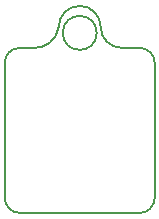
<source format=gm1>
G04 #@! TF.FileFunction,Profile,NP*
%FSLAX46Y46*%
G04 Gerber Fmt 4.6, Leading zero omitted, Abs format (unit mm)*
G04 Created by KiCad (PCBNEW 4.0.7) date 02/01/19 22:39:00*
%MOMM*%
%LPD*%
G01*
G04 APERTURE LIST*
%ADD10C,0.100000*%
%ADD11C,0.150000*%
G04 APERTURE END LIST*
D10*
D11*
X173990000Y-113030000D02*
X173990000Y-124460000D01*
X161290000Y-113030000D02*
X161290000Y-124460000D01*
X162560000Y-125730000D02*
X172720000Y-125730000D01*
X172720000Y-125730000D02*
G75*
G03X173990000Y-124460000I0J1270000D01*
G01*
X161290000Y-124460000D02*
G75*
G03X162560000Y-125730000I1270000J0D01*
G01*
X169076841Y-110490000D02*
G75*
G03X169076841Y-110490000I-1436841J0D01*
G01*
X163576000Y-111760000D02*
X162560000Y-111760000D01*
X171196000Y-111760000D02*
X172720000Y-111760000D01*
X169418000Y-109982000D02*
G75*
G03X167640000Y-108204000I-1778000J0D01*
G01*
X167640000Y-108204000D02*
G75*
G03X165862000Y-109982000I0J-1778000D01*
G01*
X169418000Y-109982000D02*
G75*
G03X171196000Y-111760000I1778000J0D01*
G01*
X163576000Y-111760000D02*
G75*
G03X165862000Y-109982000I254000J2032000D01*
G01*
X162560000Y-111760000D02*
G75*
G03X161290000Y-113030000I0J-1270000D01*
G01*
X173990000Y-113030000D02*
G75*
G03X172720000Y-111760000I-1270000J0D01*
G01*
M02*

</source>
